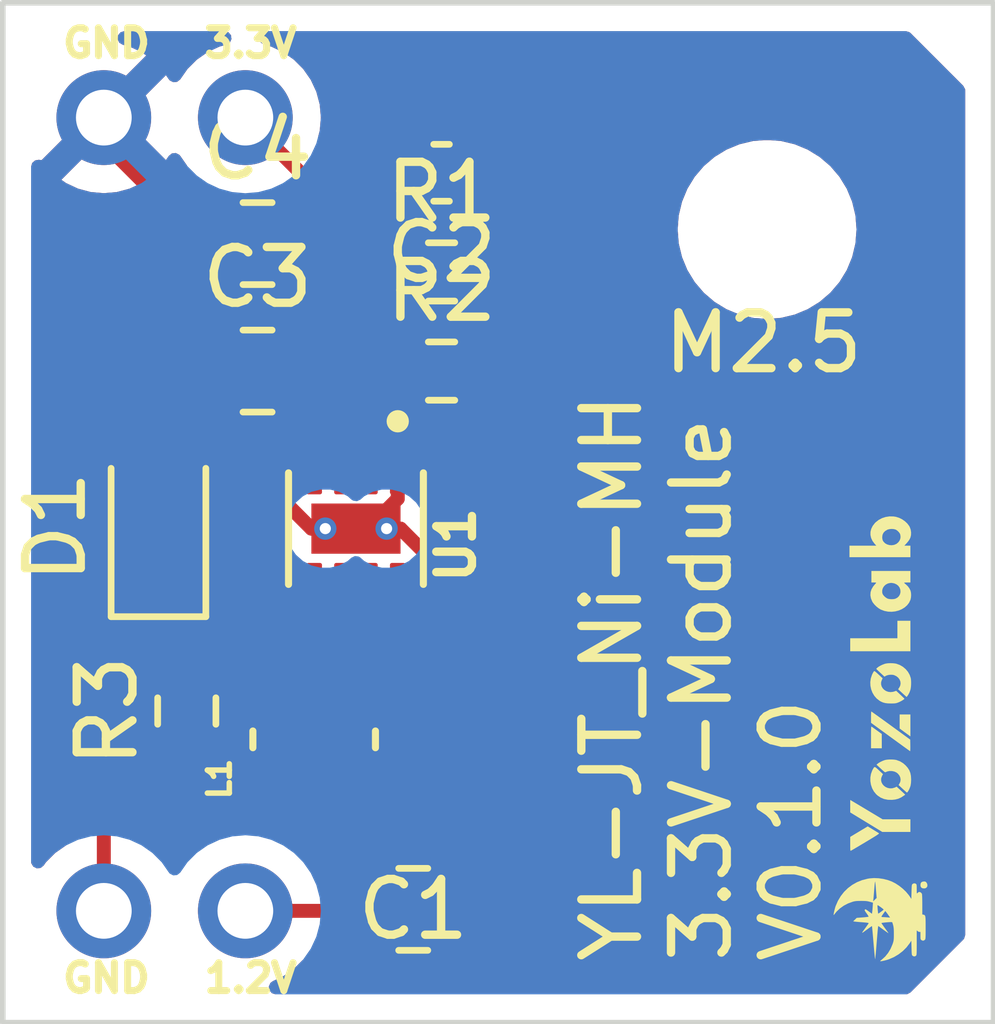
<source format=kicad_pcb>
(kicad_pcb (version 20221018) (generator pcbnew)
  (layers (0 "F.Cu" signal) (31 "B.Cu" signal) (34 "B.Paste" user) (35 "F.Paste" user) (36 "B.SilkS" user "B.Silkscreen") (37 "F.SilkS" user "F.Silkscreen") (38 "B.Mask" user) (39 "F.Mask" user) (44 "Edge.Cuts" user))
  (net 0 "")
  (net 1 "AGND")
  (net 2 "1.2V")
  (net 3 "FB")
  (net 4 "3.3V")
  (net 5 "Net-(D1-K)")
  (net 6 "SW")
  (footprint "Resistor_SMD:R_0603_1608Metric" (layer "F.Cu") (at 128.27 64.008)
    (fp_text reference "R2" (at 0 -1.43) (layer "F.SilkS"))
    (fp_text value "100k")
    (fp_line (start -0.237258 -0.5225) (end 0.237258 -0.5225) (stroke (width 0.12)) (layer "F.SilkS"))
    (fp_line (start -0.237258 0.5225) (end 0.237258 0.5225) (stroke (width 0.12)) (layer "F.SilkS"))
    (pad "1" smd roundrect (at -0.825 0) (size 0.8 0.95) (layers "F.Cu" "F.Paste" "F.Mask") (net 3 "FB"))
    (pad "2" smd roundrect (at 0.825 0) (size 0.8 0.95) (layers "F.Cu" "F.Paste" "F.Mask") (net 1 "AGND"))
  )
  (footprint "MountingHole:MountingHole_2.7mm_M2.5" (layer "F.Cu") (at 134.112 61.468)
    (fp_text reference "M2.5" (at -0.066 2.032) (layer "F.SilkS"))
    (fp_text value "MountingHole_2.7mm_M2.5" hide)
    (pad "" np_thru_hole circle (at 0 0) (size 2.7 2.7) (drill 2.7) (layers "F&B.Cu" "*.Mask"))
  )
  (footprint "Yozolab:Through-Hole" (layer "F.Cu") (at 124.749 73.687 180)
    (fp_text reference "J1" hide)
    (fp_text value "Conn_01x02_Socket" hide)
    (pad "1" thru_hole circle (at 0 0 180) (size 1.7 1.7) (drill oval 1) (layers "*.Cu" "*.Mask") (net 2 "1.2V"))
    (pad "2" thru_hole circle (at 2.54 0 180) (size 1.7 1.7) (drill oval 1) (layers "*.Cu" "*.Mask") (net 5 "Net-(D1-K)"))
  )
  (footprint "Diode_SMD:D_SOD-323" (layer "F.Cu") (at 123.19 66.802 90)
    (fp_text reference "D1" (at 0 -1.85 90) (layer "F.SilkS"))
    (fp_text value "CUS10S30")
    (fp_line (start -1.61 -0.85) (end -1.61 0.85) (stroke (width 0.12)) (layer "F.SilkS"))
    (fp_line (start -1.61 -0.85) (end 1.05 -0.85) (stroke (width 0.12)) (layer "F.SilkS"))
    (fp_line (start -1.61 0.85) (end 1.05 0.85) (stroke (width 0.12)) (layer "F.SilkS"))
    (pad "1" smd roundrect (at -1.05 0 90) (size 0.6 0.45) (layers "F.Cu" "F.Paste" "F.Mask") (net 5 "Net-(D1-K)"))
    (pad "2" smd roundrect (at 1.05 0 90) (size 0.6 0.45) (layers "F.Cu" "F.Paste" "F.Mask") (net 1 "AGND"))
  )
  (footprint "Yozolab:logo" (layer "F.Cu") (at 136.144 70.612 90)
    (fp_text reference "G***" hide)
    (fp_text value "LOGO" hide)
    (fp_poly (pts (xy 1.813333 -0.116698) (xy 1.813333 0.306747) (xy 1.97 0.306747) (xy 2.126666 0.306747) (xy 2.126666 0.423444) (xy 2.126666 0.540141) (xy 1.853333 0.540141) (xy 1.58 0.540141) (xy 1.58 0) (xy 1.58 -0.540142) (xy 1.696666 -0.540142) (xy 1.813333 -0.540142)) (fill solid) (layer "F.SilkS"))
    (fp_poly (pts (xy 0.446666 0.443449) (xy 0.446666 0.540141) (xy 0.249888 0.540141) (xy 0.053109 0.540141) (xy 0.107688 0.465122) (xy 0.129162 0.43566) (xy 0.149258 0.408189) (xy 0.165953 0.385466) (xy 0.177225 0.370251) (xy 0.178591 0.36843) (xy 0.194915 0.346757) (xy 0.320791 0.346757) (xy 0.446666 0.346757)) (fill solid) (layer "F.SilkS"))
    (fp_poly (pts (xy -2.583612 0.72373) (xy -2.563654 0.735206) (xy -2.552178 0.755894) (xy -2.54861 0.774246) (xy -2.547737 0.79569) (xy -2.552242 0.810774) (xy -2.560948 0.822741) (xy -2.580273 0.836917) (xy -2.605125 0.844491) (xy -2.629926 0.844326) (xy -2.643334 0.839555) (xy -2.662306 0.824173) (xy -2.671551 0.803638) (xy -2.673334 0.783163) (xy -2.668936 0.753048) (xy -2.655586 0.732776) (xy -2.633048 0.7221) (xy -2.613589 0.720189)) (fill solid) (layer "F.SilkS"))
    (fp_poly (pts (xy 0.094104 -0.166633) (xy 0.139163 -0.166359) (xy 0.173461 -0.165825) (xy 0.198282 -0.164968) (xy 0.214913 -0.163724) (xy 0.224639 -0.162031) (xy 0.228745 -0.159825) (xy 0.228664 -0.157286) (xy 0.223067 -0.14888) (xy 0.211063 -0.131768) (xy 0.194117 -0.10801) (xy 0.173694 -0.079666) (xy 0.16 -0.060789) (xy 0.096666 0.026284) (xy -0.031667 0.026479) (xy -0.16 0.026673) (xy -0.16 -0.070019) (xy -0.16 -0.166711) (xy 0.036997 -0.166711)) (fill solid) (layer "F.SilkS"))
    (fp_poly (pts (xy -1.104503 -0.508467) (xy -1.111738 -0.496194) (xy -1.12504 -0.473816) (xy -1.143614 -0.442665) (xy -1.166665 -0.404071) (xy -1.193397 -0.359364) (xy -1.223016 -0.309876) (xy -1.254726 -0.256936) (xy -1.278117 -0.217912) (xy -1.433334 0.040969) (xy -1.433334 0.290555) (xy -1.433334 0.540141) (xy -1.546667 0.540141) (xy -1.66 0.540141) (xy -1.66 0.287713) (xy -1.66 0.035285) (xy -1.485098 -0.252429) (xy -1.310196 -0.540142) (xy -1.198151 -0.540142) (xy -1.086105 -0.540142)) (fill solid) (layer "F.SilkS"))
    (fp_poly (pts (xy 0.433363 -0.16639) (xy 0.463241 -0.165504) (xy 0.485587 -0.164171) (xy 0.498118 -0.162506) (xy 0.5 -0.161512) (xy 0.496177 -0.155358) (xy 0.485149 -0.13935) (xy 0.467571 -0.114405) (xy 0.444101 -0.081441) (xy 0.415397 -0.041373) (xy 0.382115 0.004881) (xy 0.344914 0.056405) (xy 0.30445 0.112282) (xy 0.26138 0.171595) (xy 0.247813 0.190247) (xy -0.004374 0.536807) (xy -0.109467 0.538647) (xy -0.144976 0.53893) (xy -0.175068 0.538523) (xy -0.197561 0.537507) (xy -0.210272 0.535965) (xy -0.21228 0.53477) (xy -0.208059 0.528523) (xy -0.196643 0.512419) (xy -0.178697 0.487373) (xy -0.154882 0.454305) (xy -0.125863 0.414131) (xy -0.092301 0.367768) (xy -0.05486 0.316135) (xy -0.014203 0.260148) (xy 0.029007 0.200726) (xy 0.043238 0.181172) (xy 0.296477 -0.166711) (xy 0.398238 -0.166711)) (fill solid) (layer "F.SilkS"))
    (fp_poly (pts (xy -1.654344 -0.383013) (xy -1.560147 -0.225885) (xy -1.617621 -0.131281) (xy -1.637433 -0.098765) (xy -1.655315 -0.069597) (xy -1.669909 -0.045977) (xy -1.67986 -0.030102) (xy -1.683241 -0.024913) (xy -1.685905 -0.023235) (xy -1.690001 -0.025003) (xy -1.696129 -0.031123) (xy -1.704886 -0.0425) (xy -1.716871 -0.060037) (xy -1.732684 -0.08464) (xy -1.752921 -0.117213) (xy -1.778183 -0.158661) (xy -1.809067 -0.209888) (xy -1.84209 -0.264976) (xy -1.87371 -0.317913) (xy -1.903271 -0.367592) (xy -1.930053 -0.41279) (xy -1.953334 -0.452281) (xy -1.972395 -0.48484) (xy -1.986513 -0.509242) (xy -1.994969 -0.524262) (xy -1.99711 -0.528472) (xy -1.997783 -0.532533) (xy -1.995239 -0.535528) (xy -1.987796 -0.537618) (xy -1.973767 -0.538963) (xy -1.951471 -0.539725) (xy -1.919221 -0.540064) (xy -1.875334 -0.540142) (xy -1.874984 -0.540142) (xy -1.748542 -0.540142)) (fill solid) (layer "F.SilkS"))
    (fp_poly (pts (xy -0.682987 -0.178504) (xy -0.618466 -0.167411) (xy -0.557527 -0.144992) (xy -0.545993 -0.13914) (xy -0.521813 -0.126124) (xy -0.505529 -0.115676) (xy -0.497306 -0.105792) (xy -0.497308 -0.094469) (xy -0.505701 -0.079705) (xy -0.52265 -0.059496) (xy -0.548318 -0.031839) (xy -0.555453 -0.024235) (xy -0.623334 0.048172) (xy -0.655993 0.030754) (xy -0.695152 0.016298) (xy -0.733486 0.013778) (xy -0.769788 0.021799) (xy -0.802849 0.038966) (xy -0.831463 0.063884) (xy -0.854423 0.095157) (xy -0.87052 0.131391) (xy -0.878548 0.17119) (xy -0.877299 0.213159) (xy -0.865565 0.255902) (xy -0.860567 0.267137) (xy -0.848055 0.293042) (xy -0.904635 0.354909) (xy -0.927778 0.38014) (xy -0.948977 0.403119) (xy -0.965887 0.421311) (xy -0.976163 0.432183) (xy -0.97617 0.43219) (xy -0.991125 0.447605) (xy -1.007477 0.425522) (xy -1.041508 0.373418) (xy -1.064771 0.322085) (xy -1.07881 0.267227) (xy -1.084904 0.209977) (xy -1.083259 0.136138) (xy -1.07011 0.068909) (xy -1.04534 0.007961) (xy -1.008832 -0.047035) (xy -0.983372 -0.075199) (xy -0.93349 -0.115972) (xy -0.876341 -0.147007) (xy -0.814095 -0.167985) (xy -0.74892 -0.17859)) (fill solid) (layer "F.SilkS"))
    (fp_poly (pts (xy 1.092062 -0.171025) (xy 1.155091 -0.150492) (xy 1.163232 -0.146846) (xy 1.186119 -0.13566) (xy 1.20557 -0.125133) (xy 1.216063 -0.11846) (xy 1.221556 -0.113702) (xy 1.224069 -0.108652) (xy 1.222604 -0.10177) (xy 1.216167 -0.091518) (xy 1.203759 -0.076359) (xy 1.184386 -0.054753) (xy 1.15705 -0.025163) (xy 1.152388 -0.020142) (xy 1.094777 0.041899) (xy 1.065284 0.027618) (xy 1.025446 0.014728) (xy 0.986628 0.013799) (xy 0.950124 0.023457) (xy 0.917227 0.042328) (xy 0.889232 0.069039) (xy 0.867433 0.102217) (xy 0.853124 0.140488) (xy 0.847599 0.182478) (xy 0.852152 0.226815) (xy 0.85799 0.247626) (xy 0.870742 0.285196) (xy 0.801416 0.359322) (xy 0.7771 0.385022) (xy 0.755909 0.406856) (xy 0.739525 0.423135) (xy 0.729627 0.432171) (xy 0.727605 0.433447) (xy 0.721863 0.42831) (xy 0.711509 0.414976) (xy 0.701211 0.399973) (xy 0.686884 0.37537) (xy 0.671883 0.345407) (xy 0.661534 0.321619) (xy 0.654029 0.301385) (xy 0.648965 0.283228) (xy 0.645862 0.263639) (xy 0.644241 0.239114) (xy 0.643622 0.206146) (xy 0.643549 0.19005) (xy 0.645199 0.134145) (xy 0.651004 0.087767) (xy 0.66178 0.047528) (xy 0.678347 0.010042) (xy 0.693161 -0.015327) (xy 0.732973 -0.066114) (xy 0.78152 -0.108229) (xy 0.836995 -0.141166) (xy 0.897593 -0.164419) (xy 0.961507 -0.177484) (xy 1.026932 -0.179854)) (fill solid) (layer "F.SilkS"))
    (fp_poly (pts (xy 1.269951 -0.068921) (xy 1.281167 -0.057743) (xy 1.286865 -0.051681) (xy 1.304306 -0.028275) (xy 1.322567 0.003612) (xy 1.339472 0.039468) (xy 1.352846 0.07478) (xy 1.359353 0.098687) (xy 1.36455 0.137126) (xy 1.366367 0.181976) (xy 1.364896 0.2278) (xy 1.360227 0.269164) (xy 1.35619 0.28858) (xy 1.333933 0.35003) (xy 1.301131 0.406247) (xy 1.259358 0.45565) (xy 1.21019 0.496654) (xy 1.155202 0.527679) (xy 1.099814 0.54628) (xy 1.069003 0.550791) (xy 1.029903 0.552818) (xy 0.987117 0.552477) (xy 0.945247 0.549889) (xy 0.908897 0.54517) (xy 0.89 0.540898) (xy 0.841631 0.52385) (xy 0.801062 0.502423) (xy 0.781388 0.48879) (xy 0.759444 0.472355) (xy 0.784253 0.444565) (xy 0.800108 0.427006) (xy 0.82143 0.403659) (xy 0.844591 0.378491) (xy 0.854347 0.367951) (xy 0.899633 0.319125) (xy 0.921483 0.33545) (xy 0.958503 0.35572) (xy 0.997179 0.363819) (xy 1.035709 0.360455) (xy 1.072295 0.346339) (xy 1.105136 0.32218) (xy 1.132432 0.288686) (xy 1.152383 0.246569) (xy 1.153197 0.244121) (xy 1.15883 0.212657) (xy 1.15864 0.17555) (xy 1.153155 0.138479) (xy 1.142901 0.107122) (xy 1.139961 0.101383) (xy 1.124673 0.074175) (xy 1.19325 0.000411) (xy 1.217236 -0.025221) (xy 1.237902 -0.046983) (xy 1.253615 -0.063182) (xy 1.262746 -0.072128) (xy 1.26434 -0.073353)) (fill solid) (layer "F.SilkS"))
    (fp_poly (pts (xy -0.437002 -0.049101) (xy -0.419945 -0.025543) (xy -0.402035 0.00639) (xy -0.385537 0.04211) (xy -0.372716 0.077024) (xy -0.369836 0.086992) (xy -0.363977 0.119976) (xy -0.360921 0.161031) (xy -0.360665 0.205193) (xy -0.363207 0.247493) (xy -0.368546 0.282965) (xy -0.369928 0.288721) (xy -0.393233 0.352689) (xy -0.428305 0.410498) (xy -0.465897 0.453461) (xy -0.509705 0.491868) (xy -0.553962 0.519963) (xy -0.60145 0.53881) (xy -0.65495 0.549472) (xy -0.717246 0.553012) (xy -0.726401 0.553003) (xy -0.779835 0.550588) (xy -0.823196 0.544269) (xy -0.836667 0.540875) (xy -0.866747 0.530611) (xy -0.895982 0.51804) (xy -0.921717 0.504614) (xy -0.941297 0.491781) (xy -0.952068 0.480992) (xy -0.953334 0.477159) (xy -0.949019 0.470832) (xy -0.937141 0.456643) (xy -0.919293 0.43642) (xy -0.897074 0.41199) (xy -0.885737 0.399749) (xy -0.818139 0.32717) (xy -0.800737 0.339372) (xy -0.763644 0.357907) (xy -0.724431 0.364252) (xy -0.685132 0.358892) (xy -0.647779 0.342311) (xy -0.614405 0.314993) (xy -0.594891 0.290336) (xy -0.577629 0.253986) (xy -0.56835 0.211777) (xy -0.567337 0.168105) (xy -0.574872 0.127369) (xy -0.583138 0.107072) (xy -0.587148 0.09936) (xy -0.589408 0.09281) (xy -0.588917 0.085896) (xy -0.584674 0.077093) (xy -0.575677 0.064872) (xy -0.560925 0.04771) (xy -0.539416 0.024078) (xy -0.51015 -0.007548) (xy -0.502544 -0.015759) (xy -0.453992 -0.068194)) (fill solid) (layer "F.SilkS"))
    (fp_poly (pts (xy 3.473333 -0.312798) (xy 3.473333 -0.072117) (xy 3.508032 -0.103323) (xy 3.558334 -0.140654) (xy 3.611269 -0.165236) (xy 3.665745 -0.177124) (xy 3.720665 -0.176373) (xy 3.774935 -0.163038) (xy 3.827459 -0.137176) (xy 3.877143 -0.09884) (xy 3.892259 -0.08395) (xy 3.934466 -0.030593) (xy 3.9666 0.030119) (xy 3.988137 0.096224) (xy 3.998547 0.165766) (xy 3.997304 0.236784) (xy 3.99042 0.280842) (xy 3.97312 0.336814) (xy 3.946216 0.39112) (xy 3.911648 0.441122) (xy 3.871358 0.484182) (xy 3.827285 0.517661) (xy 3.808671 0.527957) (xy 3.762273 0.544716) (xy 3.711953 0.552475) (xy 3.662159 0.550909) (xy 3.622216 0.541528) (xy 3.594156 0.529327) (xy 3.566069 0.512126) (xy 3.535092 0.48796) (xy 3.505 0.461077) (xy 3.473333 0.431622) (xy 3.473333 0.485882) (xy 3.473333 0.540141) (xy 3.37 0.540141) (xy 3.266666 0.540141) (xy 3.266666 0.205219) (xy 3.480971 0.205219) (xy 3.487457 0.247702) (xy 3.503906 0.286543) (xy 3.508319 0.293451) (xy 3.535024 0.324051) (xy 3.56693 0.346898) (xy 3.600281 0.359307) (xy 3.600385 0.359327) (xy 3.621326 0.362498) (xy 3.639804 0.362647) (xy 3.661892 0.359554) (xy 3.676834 0.356591) (xy 3.695646 0.348003) (xy 3.717428 0.331231) (xy 3.73858 0.309697) (xy 3.755501 0.286821) (xy 3.760895 0.276739) (xy 3.770072 0.244975) (xy 3.773301 0.206796) (xy 3.770635 0.167696) (xy 3.762126 0.13317) (xy 3.75946 0.1267) (xy 3.735183 0.086005) (xy 3.704544 0.05695) (xy 3.667735 0.039659) (xy 3.624948 0.034254) (xy 3.615686 0.034611) (xy 3.586759 0.03809) (xy 3.564635 0.0455) (xy 3.545501 0.05705) (xy 3.516713 0.085007) (xy 3.496056 0.120962) (xy 3.48399 0.162002) (xy 3.480971 0.205219) (xy 3.266666 0.205219) (xy 3.266666 -0.006669) (xy 3.266666 -0.553479) (xy 3.37 -0.553479) (xy 3.473333 -0.553479)) (fill solid) (layer "F.SilkS"))
    (fp_poly (pts (xy 2.638066 -0.174941) (xy 2.69083 -0.158561) (xy 2.741341 -0.129119) (xy 2.769266 -0.106205) (xy 2.787275 -0.090215) (xy 2.801425 -0.078527) (xy 2.808946 -0.073416) (xy 2.809268 -0.073353) (xy 2.811338 -0.079436) (xy 2.812802 -0.095353) (xy 2.813333 -0.116698) (xy 2.813333 -0.160042) (xy 2.916666 -0.160042) (xy 3.02 -0.160042) (xy 3.02 0.19005) (xy 3.02 0.540141) (xy 2.916666 0.540141) (xy 2.813333 0.540141) (xy 2.813333 0.48346) (xy 2.81279 0.457884) (xy 2.811342 0.438371) (xy 2.809258 0.427964) (xy 2.808333 0.427031) (xy 2.801853 0.432037) (xy 2.790308 0.444713) (xy 2.78 0.457463) (xy 2.745777 0.493763) (xy 2.705682 0.523329) (xy 2.664767 0.542719) (xy 2.628499 0.550525) (xy 2.585876 0.55297) (xy 2.542724 0.550115) (xy 2.50487 0.542019) (xy 2.501998 0.541061) (xy 2.450125 0.516352) (xy 2.404466 0.481167) (xy 2.365544 0.437087) (xy 2.333878 0.385696) (xy 2.309993 0.328577) (xy 2.294408 0.267313) (xy 2.287645 0.203487) (xy 2.287693 0.202274) (xy 2.513632 0.202274) (xy 2.515085 0.236602) (xy 2.520068 0.264688) (xy 2.52092 0.267408) (xy 2.539912 0.305089) (xy 2.567513 0.33399) (xy 2.601635 0.353291) (xy 2.640189 0.36217) (xy 2.681086 0.359809) (xy 2.721021 0.346) (xy 2.753867 0.322432) (xy 2.77972 0.289433) (xy 2.79726 0.249641) (xy 2.805169 0.205693) (xy 2.804751 0.178504) (xy 2.795096 0.135667) (xy 2.775592 0.098517) (xy 2.748125 0.068405) (xy 2.714585 0.046685) (xy 2.676861 0.034709) (xy 2.63684 0.033829) (xy 2.610964 0.039692) (xy 2.589325 0.051666) (xy 2.565913 0.072113) (xy 2.544178 0.097235) (xy 2.52757 0.123233) (xy 2.521258 0.138464) (xy 2.515695 0.167597) (xy 2.513632 0.202274) (xy 2.287693 0.202274) (xy 2.290226 0.138682) (xy 2.302673 0.07448) (xy 2.325506 0.012465) (xy 2.326881 0.009553) (xy 2.349511 -0.02873) (xy 2.38003 -0.067599) (xy 2.415011 -0.103392) (xy 2.451027 -0.132447) (xy 2.471528 -0.145028) (xy 2.527888 -0.168243) (xy 2.583576 -0.178191)) (fill solid) (layer "F.SilkS"))
    (fp_poly (pts (xy -3.125042 -0.836038) (xy -3.100283 -0.831218) (xy -3.0716 -0.824796) (xy -3.041964 -0.817437) (xy -3.014348 -0.80981) (xy -2.991722 -0.802581) (xy -2.991003 -0.802324) (xy -2.897459 -0.761921) (xy -2.811875 -0.711129) (xy -2.734847 -0.650679) (xy -2.666974 -0.581302) (xy -2.608853 -0.503728) (xy -2.561082 -0.418689) (xy -2.524257 -0.326915) (xy -2.498978 -0.229137) (xy -2.492897 -0.193147) (xy -2.486855 -0.11438) (xy -2.490303 -0.030557) (xy -2.502716 0.054578) (xy -2.52357 0.137276) (xy -2.548796 0.205778) (xy -2.583015 0.272808) (xy -2.626732 0.339647) (xy -2.677498 0.403349) (xy -2.732866 0.460962) (xy -2.790389 0.509538) (xy -2.815428 0.527077) (xy -2.860856 0.556813) (xy -2.733158 0.560147) (xy -2.688878 0.561361) (xy -2.655989 0.562537) (xy -2.63255 0.563939) (xy -2.616623 0.565828) (xy -2.606268 0.568469) (xy -2.599546 0.572126) (xy -2.594517 0.577061) (xy -2.59273 0.579224) (xy -2.581367 0.601999) (xy -2.583276 0.625331) (xy -2.590379 0.638684) (xy -2.595472 0.644829) (xy -2.60221 0.648993) (xy -2.61304 0.651559) (xy -2.630409 0.65291) (xy -2.656765 0.653429) (xy -2.684969 0.653505) (xy -2.719636 0.653563) (xy -2.742773 0.653962) (xy -2.756183 0.655039) (xy -2.761669 0.657131) (xy -2.761035 0.660575) (xy -2.756084 0.665709) (xy -2.755112 0.666616) (xy -2.742949 0.681345) (xy -2.736635 0.693616) (xy -2.737286 0.711234) (xy -2.747324 0.729491) (xy -2.763848 0.743842) (xy -2.770783 0.74716) (xy -2.781806 0.748876) (xy -2.804195 0.750416) (xy -2.835984 0.751717) (xy -2.875206 0.752713) (xy -2.919896 0.753338) (xy -2.963238 0.753531) (xy -3.138941 0.753531) (xy -3.143332 0.773528) (xy -3.146052 0.784312) (xy -3.149889 0.792962) (xy -3.15622 0.799712) (xy -3.166423 0.804798) (xy -3.181872 0.808455) (xy -3.203947 0.810919) (xy -3.234022 0.812424) (xy -3.273474 0.813207) (xy -3.323681 0.813503) (xy -3.377412 0.813547) (xy -3.435034 0.813487) (xy -3.480808 0.813254) (xy -3.516223 0.812767) (xy -3.542763 0.811946) (xy -3.561916 0.810709) (xy -3.575167 0.808976) (xy -3.584003 0.806667) (xy -3.589911 0.8037) (xy -3.592311 0.801877) (xy -3.607456 0.781976) (xy -3.609998 0.759922) (xy -3.599893 0.738238) (xy -3.592761 0.729993) (xy -3.585041 0.724738) (xy -3.573737 0.721802) (xy -3.555854 0.720512) (xy -3.528396 0.720195) (xy -3.519517 0.720189) (xy -3.453334 0.720189) (xy -3.453334 0.70228) (xy -3.448804 0.684482) (xy -3.438838 0.668938) (xy -3.424343 0.653505) (xy -3.645505 0.653505) (xy -3.705728 0.653474) (xy -3.754037 0.653327) (xy -3.79185 0.652983) (xy -3.820587 0.652362) (xy -3.841664 0.651383) (xy -3.856502 0.649966) (xy -3.86652 0.648029) (xy -3.873135 0.645491) (xy -3.877767 0.642274) (xy -3.88 0.640168) (xy -3.891573 0.620304) (xy -3.890838 0.597981) (xy -3.880604 0.579224) (xy -3.875724 0.57377) (xy -3.86986 0.569685) (xy -3.86108 0.566707) (xy -3.847449 0.564575) (xy -3.827035 0.563026) (xy -3.797903 0.5618) (xy -3.758121 0.560635) (xy -3.739526 0.560147) (xy -3.611178 0.556813) (xy -3.658276 0.525515) (xy -3.730859 0.469553) (xy -3.79683 0.403126) (xy -3.854847 0.32802) (xy -3.903565 0.246021) (xy -3.941641 0.158914) (xy -3.948193 0.140036) (xy -3.956758 0.111881) (xy -3.964752 0.081517) (xy -3.971561 0.051875) (xy -3.976568 0.025888) (xy -3.979156 0.006488) (xy -3.97871 -0.003394) (xy -3.97842 -0.003804) (xy -3.973125 -0.00056) (xy -3.962194 0.010986) (xy -3.947908 0.028405) (xy -3.946699 0.029967) (xy -3.893341 0.088549) (xy -3.829478 0.140111) (xy -3.756461 0.183741) (xy -3.675637 0.218527) (xy -3.66 0.223898) (xy -3.637725 0.230962) (xy -3.618424 0.236005) (xy -3.599059 0.239376) (xy -3.576596 0.241423) (xy -3.547996 0.242495) (xy -3.510222 0.242939) (xy -3.493334 0.243014) (xy -3.445589 0.242776) (xy -3.408294 0.241547) (xy -3.378589 0.239113) (xy -3.353613 0.235262) (xy -3.336489 0.231374) (xy -3.312209 0.224744) (xy -3.29256 0.218652) (xy -3.281583 0.214358) (xy -3.281282 0.214182) (xy -3.278069 0.209475) (xy -3.276425 0.199049) (xy -3.276342 0.181023) (xy -3.276647 0.17532) (xy -3.19546 0.17532) (xy -3.156063 0.148101) (xy -3.13303 0.131819) (xy -3.111591 0.116045) (xy -3.097399 0.105001) (xy -3.07813 0.08912) (xy -3.12563 0.054563) (xy -3.147676 0.03905) (xy -3.165979 0.027143) (xy -3.177671 0.020667) (xy -3.179898 0.020005) (xy -3.184516 0.025836) (xy -3.186685 0.040038) (xy -3.186707 0.041677) (xy -3.187246 0.058601) (xy -3.188639 0.083949) (xy -3.19061 0.112856) (xy -3.191103 0.119335) (xy -3.19546 0.17532) (xy -3.276647 0.17532) (xy -3.277812 0.153515) (xy -3.280825 0.114646) (xy -3.280837 0.114509) (xy -3.284024 0.080776) (xy -3.287396 0.052362) (xy -3.290621 0.03163) (xy -3.293362 0.020941) (xy -3.294207 0.020005) (xy -3.301169 0.023773) (xy -3.316877 0.034182) (xy -3.339395 0.049891) (xy -3.366786 0.069558) (xy -3.385642 0.083355) (xy -3.414989 0.104801) (xy -3.44054 0.123142) (xy -3.460399 0.13704) (xy -3.472665 0.145159) (xy -3.475647 0.146705) (xy -3.473265 0.141631) (xy -3.464149 0.127568) (xy -3.449488 0.106252) (xy -3.430472 0.07942) (xy -3.412824 0.055014) (xy -3.345978 -0.036677) (xy -3.352928 -0.037926) (xy -3.124307 -0.037926) (xy -3.121756 -0.031957) (xy -3.113084 -0.018459) (xy -3.100442 -0.000362) (xy -3.085983 0.019406) (xy -3.071861 0.037915) (xy -3.060228 0.052237) (xy -3.053237 0.059442) (xy -3.052478 0.059788) (xy -3.046622 0.055001) (xy -3.035366 0.042252) (xy -3.021693 0.025006) (xy -2.997261 -0.008138) (xy -2.98164 -0.031681) (xy -2.974669 -0.045886) (xy -2.974872 -0.050441) (xy -2.982236 -0.05105) (xy -2.999514 -0.050474) (xy -3.023366 -0.048994) (xy -3.050454 -0.046888) (xy -3.077439 -0.044437) (xy -3.100982 -0.04192) (xy -3.117744 -0.039617) (xy -3.124307 -0.037926) (xy -3.352928 -0.037926) (xy -3.371323 -0.041232) (xy -3.383449 -0.04275) (xy -3.40728 -0.045145) (xy -3.441229 -0.048279) (xy -3.483707 -0.052013) (xy -3.533124 -0.056208) (xy -3.587893 -0.060725) (xy -3.646424 -0.065425) (xy -3.663334 -0.06676) (xy -3.721991 -0.071462) (xy -3.776779 -0.076023) (xy -3.826208 -0.080306) (xy -3.868786 -0.084176) (xy -3.903022 -0.087495) (xy -3.927424 -0.090127) (xy -3.940503 -0.091934) (xy -3.942058 -0.092318) (xy -3.938151 -0.093782) (xy -3.922203 -0.096166) (xy -3.895466 -0.099341) (xy -3.859191 -0.103179) (xy -3.814629 -0.107553) (xy -3.763031 -0.112335) (xy -3.70565 -0.117397) (xy -3.652533 -0.121885) (xy -3.590545 -0.127071) (xy -3.575794 -0.12833) (xy -2.903334 -0.12833) (xy -2.873334 -0.096912) (xy -2.843334 -0.065493) (xy -2.803334 -0.069229) (xy -2.782212 -0.071082) (xy -2.751377 -0.073633) (xy -2.714413 -0.076593) (xy -2.674905 -0.079672) (xy -2.66 -0.080811) (xy -2.6238 -0.083788) (xy -2.592018 -0.08683) (xy -2.567165 -0.089665) (xy -2.551752 -0.092019) (xy -2.548244 -0.09299) (xy -2.552087 -0.094723) (xy -2.567486 -0.097203) (xy -2.592695 -0.100229) (xy -2.625971 -0.103603) (xy -2.665569 -0.107126) (xy -2.688244 -0.108964) (xy -2.733608 -0.112578) (xy -2.776514 -0.116099) (xy -2.814472 -0.119317) (xy -2.844993 -0.122017) (xy -2.865584 -0.123988) (xy -2.87 -0.124467) (xy -2.903334 -0.12833) (xy -3.575794 -0.12833) (xy -3.532738 -0.132005) (xy -3.480446 -0.136566) (xy -3.435006 -0.140633) (xy -3.397754 -0.144085) (xy -3.370024 -0.146801) (xy -3.353153 -0.148659) (xy -3.348359 -0.149459) (xy -3.351162 -0.155438) (xy -3.360634 -0.170093) (xy -3.375423 -0.191444) (xy -3.394182 -0.217511) (xy -3.401693 -0.227732) (xy -3.430413 -0.26665) (xy -3.451182 -0.295361) (xy -3.46392 -0.314422) (xy -3.468547 -0.324392) (xy -3.46498 -0.32583) (xy -3.453141 -0.319292) (xy -3.432947 -0.305339) (xy -3.404319 -0.284527) (xy -3.39452 -0.277356) (xy -3.364304 -0.25543) (xy -3.337443 -0.236276) (xy -3.315952 -0.221302) (xy -3.301841 -0.211918) (xy -3.29755 -0.209471) (xy -3.293984 -0.211004) (xy -3.290826 -0.219525) (xy -3.287843 -0.23649) (xy -3.284801 -0.263352) (xy -3.281469 -0.301567) (xy -3.280174 -0.318105) (xy -3.277021 -0.357754) (xy -3.273857 -0.3949) (xy -3.270951 -0.426569) (xy -3.268571 -0.449785) (xy -3.267462 -0.458741) (xy -3.263334 -0.487369) (xy -3.23201 -0.455407) (xy -3.200686 -0.423445) (xy -3.192716 -0.320084) (xy -3.18967 -0.284158) (xy -3.186499 -0.252926) (xy -3.183492 -0.228813) (xy -3.180936 -0.214242) (xy -3.179822 -0.211171) (xy -3.172785 -0.212565) (xy -3.157679 -0.220721) (xy -3.136951 -0.2342) (xy -3.11999 -0.246339) (xy -3.093747 -0.26521) (xy -3.075772 -0.276477) (xy -3.064139 -0.281132) (xy -3.056923 -0.280168) (xy -3.055875 -0.279416) (xy -3.047938 -0.269817) (xy -3.046667 -0.265687) (xy -3.050395 -0.258059) (xy -3.060449 -0.242343) (xy -3.075132 -0.221104) (xy -3.086893 -0.204821) (xy -3.127118 -0.15004) (xy -3.098079 -0.145761) (xy -3.078854 -0.143466) (xy -3.050796 -0.14078) (xy -3.018385 -0.138111) (xy -2.998782 -0.136692) (xy -2.928523 -0.131902) (xy -2.912771 -0.18765) (xy -2.906271 -0.21267) (xy -2.901801 -0.23605) (xy -2.899003 -0.261307) (xy -2.897522 -0.29196) (xy -2.896999 -0.331528) (xy -2.896977 -0.343424) (xy -2.89729 -0.386076) (xy -2.898492 -0.41881) (xy -2.900917 -0.445032) (xy -2.904897 -0.468149) (xy -2.910767 -0.491568) (xy -2.911851 -0.495387) (xy -2.94191 -0.578568) (xy -2.982163 -0.655643) (xy -3.031571 -0.725041) (xy -3.089093 -0.785188) (xy -3.12089 -0.811544) (xy -3.137434 -0.824728) (xy -3.148244 -0.834439) (xy -3.150905 -0.838205) (xy -3.142907 -0.83859)) (fill solid) (layer "F.SilkS"))
  )
  (footprint "Capacitor_SMD:C_0805_2012Metric" (layer "F.Cu") (at 127.762 73.66 180)
    (fp_text reference "C1" (at 0 0 180) (layer "F.SilkS"))
    (fp_text value "22uF")
    (fp_line (start -0.261252 -0.735) (end 0.261252 -0.735) (stroke (width 0.12)) (layer "F.SilkS"))
    (fp_line (start -0.261252 0.735) (end 0.261252 0.735) (stroke (width 0.12)) (layer "F.SilkS"))
    (pad "1" smd roundrect (at -0.95 0 180) (size 1 1.45) (layers "F.Cu" "F.Paste" "F.Mask") (net 1 "AGND"))
    (pad "2" smd roundrect (at 0.95 0 180) (size 1 1.45) (layers "F.Cu" "F.Paste" "F.Mask") (net 2 "1.2V"))
  )
  (footprint "Capacitor_SMD:C_0805_2012Metric" (layer "F.Cu") (at 124.968 61.722)
    (fp_text reference "C4" (at 0 -1.68) (layer "F.SilkS"))
    (fp_text value "22uF")
    (fp_line (start -0.261252 -0.735) (end 0.261252 -0.735) (stroke (width 0.12)) (layer "F.SilkS"))
    (fp_line (start -0.261252 0.735) (end 0.261252 0.735) (stroke (width 0.12)) (layer "F.SilkS"))
    (pad "1" smd roundrect (at -0.95 0) (size 1 1.45) (layers "F.Cu" "F.Paste" "F.Mask") (net 1 "AGND"))
    (pad "2" smd roundrect (at 0.95 0) (size 1 1.45) (layers "F.Cu" "F.Paste" "F.Mask") (net 4 "3.3V"))
  )
  (footprint "TPS61021ADSGR:SON50P200X200X80-9N" (layer "F.Cu") (at 126.734 66.833 -90)
    (fp_text reference "U1" (at 0.292 -1.7934 90) (layer "F.SilkS") (effects (font (size 0.64 0.64))))
    (fp_text value "TPS61021ADSGR" hide)
    (fp_line (start -1 -1.21) (end 1 -1.21) (stroke (width 0.127)) (layer "F.SilkS"))
    (fp_line (start -1 1.21) (end 1 1.21) (stroke (width 0.127)) (layer "F.SilkS"))
    (fp_circle (center -1.925 -0.75) (end -1.825 -0.75) (stroke (width 0.2)) (fill none) (layer "F.SilkS"))
    (pad "1" smd roundrect (at -0.985 -0.75 270) (size 0.74 0.28) (layers "F.Cu" "F.Paste" "F.Mask") (roundrect_rratio 0.125) (net 1 "AGND"))
    (pad "2" smd roundrect (at -0.985 -0.25 270) (size 0.74 0.28) (layers "F.Cu" "F.Paste" "F.Mask") (roundrect_rratio 0.125) (net 3 "FB"))
    (pad "3" smd roundrect (at -0.985 0.25 270) (size 0.74 0.28) (layers "F.Cu" "F.Paste" "F.Mask") (roundrect_rratio 0.125) (net 4 "3.3V"))
    (pad "4" smd roundrect (at -0.985 0.75 270) (size 0.74 0.28) (layers "F.Cu" "F.Paste" "F.Mask") (roundrect_rratio 0.125) (net 4 "3.3V"))
    (pad "5" smd roundrect (at 0.985 0.75 270) (size 0.74 0.28) (layers "F.Cu" "F.Paste" "F.Mask") (roundrect_rratio 0.125) (net 2 "1.2V"))
    (pad "6" smd roundrect (at 0.985 0.25 270) (size 0.74 0.28) (layers "F.Cu" "F.Paste" "F.Mask") (roundrect_rratio 0.125) (net 6 "SW"))
    (pad "7" smd roundrect (at 0.985 -0.25 270) (size 0.74 0.28) (layers "F.Cu" "F.Paste" "F.Mask") (roundrect_rratio 0.125) (net 6 "SW"))
    (pad "8" smd roundrect (at 0.985 -0.75 270) (size 0.74 0.28) (layers "F.Cu" "F.Paste" "F.Mask") (roundrect_rratio 0.125) (net 2 "1.2V"))
    (pad "9" smd rect (at 0 0 270) (size 0.9 1.6) (layers "F.Cu" "F.Mask") (net 1 "AGND"))
    (pad "9_1" thru_hole circle (at 0 -0.55 270) (size 0.4 0.4) (drill 0.2) (layers "*.Cu"))
    (pad "9_2" thru_hole circle (at 0 0.55 270) (size 0.4 0.4) (drill 0.2) (layers "*.Cu"))
  )
  (footprint "Yozolab:Through-Hole" (layer "F.Cu") (at 122.209 59.463)
    (fp_text reference "J2" hide)
    (fp_text value "Conn_01x02_Socket" hide)
    (pad "1" thru_hole circle (at 0 0) (size 1.7 1.7) (drill oval 1) (layers "*.Cu" "*.Mask") (net 1 "AGND"))
    (pad "2" thru_hole circle (at 2.54 0) (size 1.7 1.7) (drill oval 1) (layers "*.Cu" "*.Mask") (net 4 "3.3V"))
  )
  (footprint "Capacitor_SMD:C_0603_1608Metric" (layer "F.Cu") (at 128.27 60.452 180)
    (fp_text reference "C2" (at 0 -1.43) (layer "F.SilkS"))
    (fp_text value "10pF")
    (fp_line (start -0.14058 -0.51) (end 0.14058 -0.51) (stroke (width 0.12)) (layer "F.SilkS"))
    (fp_line (start -0.14058 0.51) (end 0.14058 0.51) (stroke (width 0.12)) (layer "F.SilkS"))
    (pad "1" smd roundrect (at -0.775 0 180) (size 0.9 0.95) (layers "F.Cu" "F.Paste" "F.Mask") (net 3 "FB"))
    (pad "2" smd roundrect (at 0.775 0 180) (size 0.9 0.95) (layers "F.Cu" "F.Paste" "F.Mask") (net 4 "3.3V"))
  )
  (footprint "Capacitor_SMD:C_0805_2012Metric" (layer "F.Cu") (at 124.968 64.008)
    (fp_text reference "C3" (at 0 -1.68) (layer "F.SilkS"))
    (fp_text value "22uF")
    (fp_line (start -0.261252 -0.735) (end 0.261252 -0.735) (stroke (width 0.12)) (layer "F.SilkS"))
    (fp_line (start -0.261252 0.735) (end 0.261252 0.735) (stroke (width 0.12)) (layer "F.SilkS"))
    (pad "1" smd roundrect (at -0.95 0) (size 1 1.45) (layers "F.Cu" "F.Paste" "F.Mask") (net 1 "AGND"))
    (pad "2" smd roundrect (at 0.95 0) (size 1 1.45) (layers "F.Cu" "F.Paste" "F.Mask") (net 4 "3.3V"))
  )
  (footprint "Resistor_SMD:R_0603_1608Metric" (layer "F.Cu") (at 128.27 62.23)
    (fp_text reference "R1" (at 0 -1.43) (layer "F.SilkS"))
    (fp_text value "316k")
    (fp_line (start -0.237258 -0.5225) (end 0.237258 -0.5225) (stroke (width 0.12)) (layer "F.SilkS"))
    (fp_line (start -0.237258 0.5225) (end 0.237258 0.5225) (stroke (width 0.12)) (layer "F.SilkS"))
    (pad "1" smd roundrect (at -0.825 0) (size 0.8 0.95) (layers "F.Cu" "F.Paste" "F.Mask") (net 4 "3.3V"))
    (pad "2" smd roundrect (at 0.825 0) (size 0.8 0.95) (layers "F.Cu" "F.Paste" "F.Mask") (net 3 "FB"))
  )
  (footprint "Resistor_SMD:R_0603_1608Metric" (layer "F.Cu") (at 123.698 70.104 90)
    (fp_text reference "R3" (at 0 -1.43 90) (layer "F.SilkS"))
    (fp_text value "100k" hide)
    (fp_line (start -0.237258 -0.5225) (end 0.237258 -0.5225) (stroke (width 0.12)) (layer "F.SilkS"))
    (fp_line (start -0.237258 0.5225) (end 0.237258 0.5225) (stroke (width 0.12)) (layer "F.SilkS"))
    (pad "1" smd roundrect (at -0.825 0 90) (size 0.8 0.95) (layers "F.Cu" "F.Paste" "F.Mask") (net 2 "1.2V"))
    (pad "2" smd roundrect (at 0.825 0 90) (size 0.8 0.95) (layers "F.Cu" "F.Paste" "F.Mask") (net 2 "1.2V"))
  )
  (footprint "DFE252012P-R47M_P2:INDC2520X120N" (layer "F.Cu") (at 125.984 70.612 90)
    (fp_text reference "L1" (at -0.71 -1.7 90) (layer "F.SilkS") (effects (font (size 0.393701 0.393701))))
    (fp_text value "DFE252012P-R47M=P2" hide)
    (fp_line (start -0.15 -1.1) (end 0.15 -1.1) (stroke (width 0.127)) (layer "F.SilkS"))
    (fp_line (start -0.15 1.1) (end 0.15 1.1) (stroke (width 0.127)) (layer "F.SilkS"))
    (pad "1" smd rect (at -1.09 0 90) (size 1.24 2.22) (layers "F.Cu" "F.Paste" "F.Mask") (net 2 "1.2V"))
    (pad "2" smd rect (at 1.09 0 90) (size 1.24 2.22) (layers "F.Cu" "F.Paste" "F.Mask") (net 6 "SW"))
  )
  (gr_rect (start 120.396 57.404) (end 138.176 75.692) (stroke (width 0.1)) (fill none) (layer "Edge.Cuts"))
  (gr_text "1.2V" (at 123.952 75.184) (layer "F.SilkS") (effects (font (size 0.5 0.5) (thickness 0.125)) (justify left bottom)))
  (gr_text "GND" (at 121.412 58.42) (layer "F.SilkS") (effects (font (size 0.5 0.5) (thickness 0.125)) (justify left bottom)))
  (gr_text "GND" (at 121.412 75.184) (layer "F.SilkS") (effects (font (size 0.5 0.5) (thickness 0.125)) (justify left bottom)))
  (gr_text "YL-JT_Ni-MH\n3.3V-Module\nV0.1.0" (at 135.128 74.676 90) (layer "F.SilkS") (effects (font (size 1 1)) (justify left bottom)))
  (gr_text "3.3V" (at 123.952 58.42) (layer "F.SilkS") (effects (font (size 0.5 0.5) (thickness 0.125)) (justify left bottom)))
  (segment (start 126.734 66.833) (end 125.934 66.833) (width 0.25) (layer "F.Cu") (net 1))
  (segment (start 129.095 64.237) (end 127.484 65.848) (width 0.25) (layer "F.Cu") (net 1))
  (segment (start 126.948118 66.833) (end 126.734 66.833) (width 0.25) (layer "F.Cu") (net 1))
  (segment (start 124.018 64.917) (end 124.018 64.008) (width 0.25) (layer "F.Cu") (net 1))
  (segment (start 123.19 64.836) (end 124.018 64.008) (width 0.25) (layer "F.Cu") (net 1))
  (segment (start 122.209 59.913) (end 122.209 59.463) (width 0.25) (layer "F.Cu") (net 1))
  (segment (start 127.534 66.833) (end 128.712 68.011) (width 0.25) (layer "F.Cu") (net 1))
  (segment (start 127.484 66.297118) (end 126.948118 66.833) (width 0.25) (layer "F.Cu") (net 1))
  (segment (start 127.484 65.848) (end 127.484 66.297118) (width 0.25) (layer "F.Cu") (net 1))
  (segment (start 124.018 61.722) (end 122.209 59.913) (width 0.25) (layer "F.Cu") (net 1))
  (segment (start 126.734 66.833) (end 127.534 66.833) (width 0.25) (layer "F.Cu") (net 1))
  (segment (start 125.934 66.833) (end 124.018 64.917) (width 0.25) (layer "F.Cu") (net 1))
  (segment (start 128.712 68.011) (end 128.712 73.66) (width 0.25) (layer "F.Cu") (net 1))
  (segment (start 129.095 64.008) (end 129.095 64.237) (width 0.25) (layer "F.Cu") (net 1))
  (segment (start 124.018 64.008) (end 124.018 61.722) (width 0.25) (layer "F.Cu") (net 1))
  (segment (start 123.19 65.752) (end 123.19 64.836) (width 0.25) (layer "F.Cu") (net 1))
  (segment (start 123.698 70.929) (end 125.211 70.929) (width 0.25) (layer "F.Cu") (net 2))
  (segment (start 125.159 67.818) (end 123.698 69.279) (width 0.25) (layer "F.Cu") (net 2))
  (segment (start 126.812 73.66) (end 126.812 72.53) (width 0.25) (layer "F.Cu") (net 2))
  (segment (start 127.484 67.818) (end 127.484 71.312) (width 0.25) (layer "F.Cu") (net 2))
  (segment (start 126.785 73.687) (end 126.812 73.66) (width 0.25) (layer "F.Cu") (net 2))
  (segment (start 127.094 71.702) (end 125.984 71.702) (width 0.25) (layer "F.Cu") (net 2))
  (segment (start 125.211 70.929) (end 125.984 71.702) (width 0.25) (layer "F.Cu") (net 2))
  (segment (start 126.812 72.53) (end 125.984 71.702) (width 0.25) (layer "F.Cu") (net 2))
  (segment (start 127.484 71.312) (end 127.094 71.702) (width 0.25) (layer "F.Cu") (net 2))
  (segment (start 125.984 67.818) (end 125.159 67.818) (width 0.25) (layer "F.Cu") (net 2))
  (segment (start 124.749 73.687) (end 126.785 73.687) (width 0.25) (layer "F.Cu") (net 2))
  (segment (start 127.445 64.008) (end 127.445 63.88) (width 0.25) (layer "F.Cu") (net 3))
  (segment (start 129.095 60.502) (end 129.045 60.452) (width 0.25) (layer "F.Cu") (net 3))
  (segment (start 126.984 64.469) (end 127.445 64.008) (width 0.25) (layer "F.Cu") (net 3))
  (segment (start 127.445 63.88) (end 129.095 62.23) (width 0.25) (layer "F.Cu") (net 3))
  (segment (start 129.095 62.23) (end 129.095 60.502) (width 0.25) (layer "F.Cu") (net 3))
  (segment (start 126.984 65.848) (end 126.984 64.469) (width 0.25) (layer "F.Cu") (net 3))
  (segment (start 125.984 65.848) (end 126.484 65.848) (width 0.25) (layer "F.Cu") (net 4))
  (segment (start 125.984 64.074) (end 125.918 64.008) (width 0.25) (layer "F.Cu") (net 4))
  (segment (start 127.495 62.18) (end 127.445 62.23) (width 0.25) (layer "F.Cu") (net 4))
  (segment (start 126.937 61.722) (end 127.445 62.23) (width 0.25) (layer "F.Cu") (net 4))
  (segment (start 125.984 65.848) (end 125.984 64.074) (width 0.25) (layer "F.Cu") (net 4))
  (segment (start 125.918 61.722) (end 126.937 61.722) (width 0.25) (layer "F.Cu") (net 4))
  (segment (start 125.918 64.008) (end 125.918 61.722) (width 0.25) (layer "F.Cu") (net 4))
  (segment (start 125.918 60.632) (end 125.918 61.722) (width 0.25) (layer "F.Cu") (net 4))
  (segment (start 124.749 59.463) (end 125.918 60.632) (width 0.25) (layer "F.Cu") (net 4))
  (segment (start 127.495 60.452) (end 127.495 62.18) (width 0.25) (layer "F.Cu") (net 4))
  (segment (start 122.209 68.833) (end 122.209 73.687) (width 0.25) (layer "F.Cu") (net 5))
  (segment (start 123.19 67.852) (end 122.209 68.833) (width 0.25) (layer "F.Cu") (net 5))
  (segment (start 126.746 67.818) (end 126.484 67.818) (width 0.25) (layer "F.Cu") (net 6))
  (segment (start 126.746 67.818) (end 126.746 68.76) (width 0.25) (layer "F.Cu") (net 6))
  (segment (start 126.984 67.818) (end 126.746 67.818) (width 0.25) (layer "F.Cu") (net 6))
  (segment (start 126.746 68.76) (end 125.984 69.522) (width 0.25) (layer "F.Cu") (net 6))
  (zone (net 1) (net_name "AGND") (layers "F&B.Cu") (connect_pads (clearance 0.5)) (min_thickness 0.25) (fill yes (thermal_gap 0.5) (thermal_bridge_width 0.5))
    (polygon (pts (xy 121.92 57.912) (xy 120.904 58.928) (xy 120.904 74.168) (xy 121.92 75.184) (xy 136.652 75.184) (xy 137.668 74.168) (xy 137.668 58.928) (xy 136.652 57.912)))
  )
)
</source>
